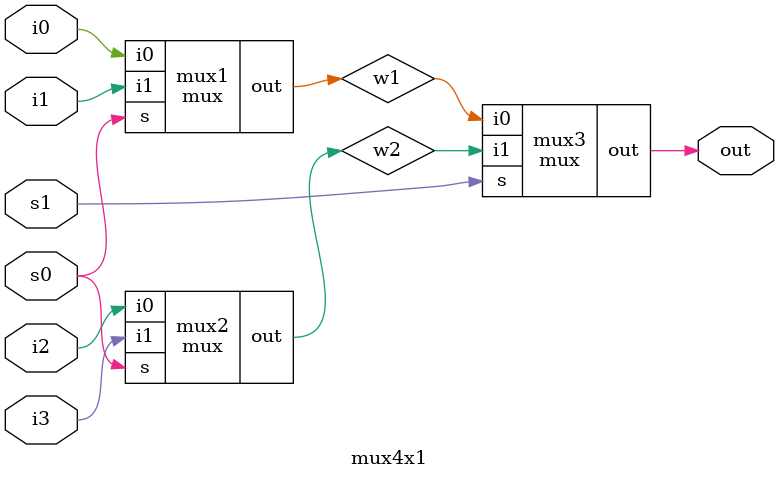
<source format=v>
module mux(i0,i1,s,out);
input i0,i1,s;
output reg out;
always@ *begin
case(s)
1'b0:begin out=i0;end
1'b1:begin out=i1;end
endcase
end
endmodule

module mux4x1(i0,i1,i2,i3,s0,s1,out);
input i0,i1,i2,i3,s0,s1;
output out;
wire w1,w2,w3;
mux mux1(.i0(i0),.i1(i1),.s(s0),.out(w1));
mux mux2(.i0(i2),.i1(i3),.s(s0),.out(w2));
mux mux3(.i0(w1),.i1(w2),.s(s1),.out(out));

endmodule







</source>
